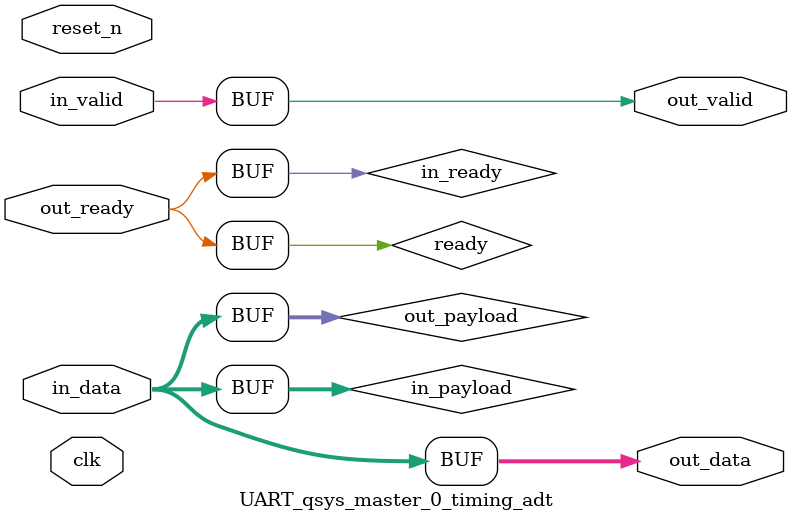
<source format=v>

`timescale 1ns / 100ps
module UART_qsys_master_0_timing_adt (
    
      // Interface: clk
      input              clk,
      // Interface: reset
      input              reset_n,
      // Interface: in
      input              in_valid,
      input      [ 7: 0] in_data,
      // Interface: out
      output reg         out_valid,
      output reg [ 7: 0] out_data,
      input              out_ready
);




   // ---------------------------------------------------------------------
   //| Signal Declarations
   // ---------------------------------------------------------------------

   reg  [ 7: 0] in_payload;
   reg  [ 7: 0] out_payload;
   reg  [ 0: 0] ready;
   reg          in_ready;
   // synthesis translate_off
   always @(negedge in_ready) begin
      $display("%m: The downstream component is backpressuring by deasserting ready, but the upstream component can't be backpressured.");
   end
   // synthesis translate_on   


   // ---------------------------------------------------------------------
   //| Payload Mapping
   // ---------------------------------------------------------------------
   always @* begin
     in_payload = {in_data};
     {out_data} = out_payload;
   end

   // ---------------------------------------------------------------------
   //| Ready & valid signals.
   // ---------------------------------------------------------------------
   always @* begin
     ready[0] = out_ready;
     out_valid = in_valid;
     out_payload = in_payload;
     in_ready = ready[0];
   end




endmodule


</source>
